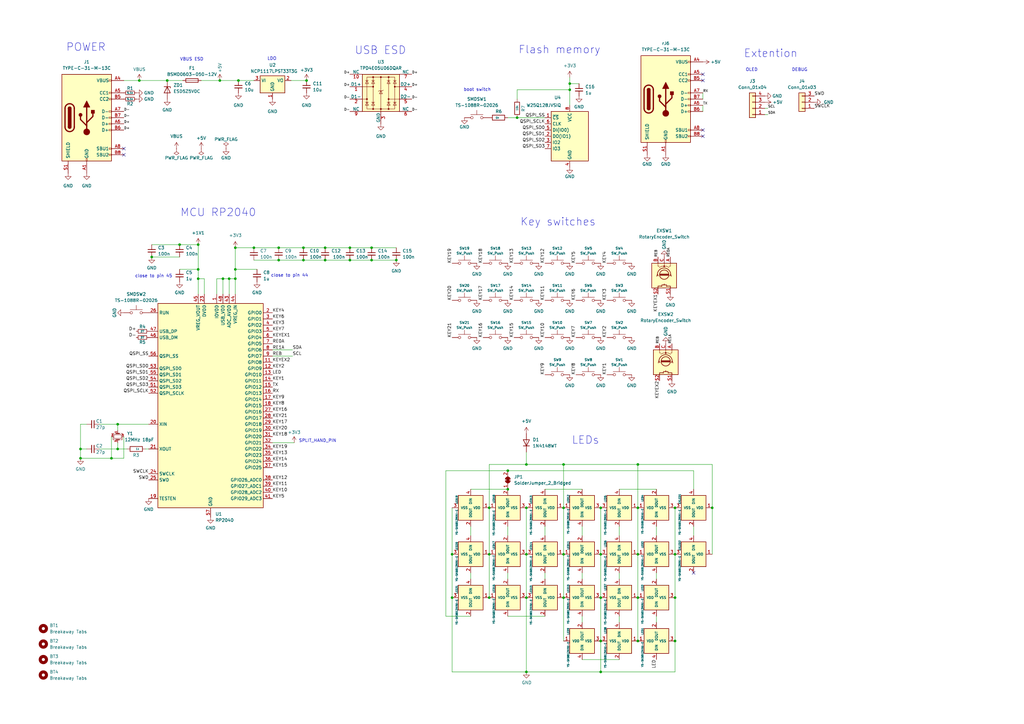
<source format=kicad_sch>
(kicad_sch (version 20230121) (generator eeschema)
  (paper "A3")
  (title_block (title "Corne Left") (date "2023-10-07") (rev "4.0.0") (company "foostan"))
  (junction (at 215.9 208.28))
  (junction (at 215.9 190.5))
  (junction (at 162.56 106.68))
  (junction (at 276.86 262.89))
  (junction (at 104.14 101.6))
  (junction (at 200.66 245.11))
  (junction (at 231.14 245.11))
  (junction (at 48.26 184.15))
  (junction (at 81.28 100.33))
  (junction (at 276.86 208.28))
  (junction (at 246.38 262.89))
  (junction (at 246.38 227.33))
  (junction (at 62.23 105.41))
  (junction (at 215.9 227.33))
  (junction (at 96.52 101.6))
  (junction (at 185.42 245.11))
  (junction (at 97.79 33.02))
  (junction (at 114.3 101.6))
  (junction (at 152.4 106.68))
  (junction (at 152.4 101.6))
  (junction (at 133.35 106.68))
  (junction (at 90.17 33.02))
  (junction (at 133.35 101.6))
  (junction (at 276.86 245.11))
  (junction (at 215.9 245.11))
  (junction (at 68.58 33.02))
  (junction (at 261.62 190.5))
  (junction (at 208.28 193.04))
  (junction (at 231.14 227.33))
  (junction (at 246.38 245.11))
  (junction (at 125.73 33.02))
  (junction (at 93.98 114.3))
  (junction (at 73.66 100.33))
  (junction (at 81.28 114.3))
  (junction (at 48.26 173.99))
  (junction (at 233.68 36.83))
  (junction (at 45.72 187.96))
  (junction (at 212.09 48.26))
  (junction (at 33.02 184.15))
  (junction (at 215.9 275.59))
  (junction (at 33.02 187.96))
  (junction (at 114.3 106.68))
  (junction (at 261.62 227.33))
  (junction (at 246.38 275.59))
  (junction (at 261.62 208.28))
  (junction (at 91.44 114.3))
  (junction (at 231.14 190.5))
  (junction (at 261.62 262.89))
  (junction (at 96.52 114.3))
  (junction (at 96.52 110.49))
  (junction (at 143.51 106.68))
  (junction (at 261.62 245.11))
  (junction (at 124.46 106.68))
  (junction (at 124.46 101.6))
  (junction (at 200.66 227.33))
  (junction (at 81.28 110.49))
  (junction (at 233.68 34.29))
  (junction (at 231.14 208.28))
  (junction (at 208.28 200.66))
  (junction (at 292.1 208.28))
  (junction (at 276.86 227.33))
  (junction (at 143.51 101.6))
  (junction (at 185.42 227.33))
  (junction (at 200.66 208.28))
  (junction (at 246.38 208.28))
  (junction (at 57.15 33.02))
  (no_connect (at 288.29 53.34))
  (no_connect (at 288.29 30.48))
  (no_connect (at 288.29 55.88))
  (no_connect (at 288.29 33.02))
  (no_connect (at 50.8 60.96))
  (no_connect (at 284.48 234.95))
  (no_connect (at 50.8 63.5))
  (wire (pts (xy 261.62 208.28) (xy 261.62 227.33)))
  (wire (pts (xy 91.44 114.3) (xy 93.98 114.3)))
  (wire (pts (xy 62.23 100.33) (xy 73.66 100.33)))
  (wire (pts (xy 96.52 110.49) (xy 105.41 110.49)))
  (wire (pts (xy 261.62 190.5) (xy 292.1 190.5)))
  (wire (pts (xy 233.68 34.29) (xy 233.68 36.83)))
  (wire (pts (xy 133.35 106.68) (xy 143.51 106.68)))
  (wire (pts (xy 185.42 227.33) (xy 185.42 245.11)))
  (wire (pts (xy 83.82 114.3) (xy 81.28 114.3)))
  (wire (pts (xy 233.68 36.83) (xy 233.68 43.18)))
  (wire (pts (xy 276.86 208.28) (xy 276.86 227.33)))
  (wire (pts (xy 81.28 110.49) (xy 81.28 114.3)))
  (wire (pts (xy 33.02 187.96) (xy 45.72 187.96)))
  (wire (pts (xy 104.14 101.6) (xy 114.3 101.6)))
  (wire (pts (xy 96.52 120.65) (xy 96.52 114.3)))
  (wire (pts (xy 185.42 275.59) (xy 215.9 275.59)))
  (wire (pts (xy 48.26 184.15) (xy 48.26 181.61)))
  (wire (pts (xy 288.29 43.18) (xy 288.29 45.72)))
  (wire (pts (xy 231.14 245.11) (xy 231.14 262.89)))
  (wire (pts (xy 246.38 245.11) (xy 246.38 262.89)))
  (wire (pts (xy 208.28 48.26) (xy 212.09 48.26)))
  (wire (pts (xy 45.72 179.07) (xy 45.72 187.96)))
  (wire (pts (xy 246.38 227.33) (xy 246.38 245.11)))
  (wire (pts (xy 212.09 36.83) (xy 212.09 40.64)))
  (wire (pts (xy 143.51 106.68) (xy 152.4 106.68)))
  (wire (pts (xy 254 270.51) (xy 238.76 270.51)))
  (wire (pts (xy 182.88 193.04) (xy 182.88 252.73)))
  (wire (pts (xy 114.3 101.6) (xy 124.46 101.6)))
  (wire (pts (xy 124.46 106.68) (xy 133.35 106.68)))
  (wire (pts (xy 182.88 193.04) (xy 208.28 193.04)))
  (wire (pts (xy 111.76 143.51) (xy 120.015 143.51)))
  (wire (pts (xy 261.62 190.5) (xy 261.62 208.28)))
  (wire (pts (xy 96.52 110.49) (xy 96.52 114.3)))
  (wire (pts (xy 68.58 33.02) (xy 74.93 33.02)))
  (wire (pts (xy 314.96 44.45) (xy 313.69 44.45)))
  (wire (pts (xy 231.14 190.5) (xy 261.62 190.5)))
  (wire (pts (xy 208.28 193.04) (xy 284.48 193.04)))
  (wire (pts (xy 91.44 114.3) (xy 91.44 120.65)))
  (wire (pts (xy 57.15 33.02) (xy 68.58 33.02)))
  (wire (pts (xy 33.02 184.15) (xy 33.02 187.96)))
  (wire (pts (xy 238.76 219.71) (xy 238.76 215.9)))
  (wire (pts (xy 59.69 184.15) (xy 60.96 184.15)))
  (wire (pts (xy 96.52 101.6) (xy 104.14 101.6)))
  (wire (pts (xy 254 215.9) (xy 254 219.71)))
  (wire (pts (xy 238.76 237.49) (xy 238.76 234.95)))
  (wire (pts (xy 215.9 208.28) (xy 215.9 227.33)))
  (wire (pts (xy 40.64 184.15) (xy 48.26 184.15)))
  (wire (pts (xy 215.9 245.11) (xy 215.9 275.59)))
  (wire (pts (xy 81.28 100.33) (xy 81.28 110.49)))
  (wire (pts (xy 73.66 110.49) (xy 81.28 110.49)))
  (wire (pts (xy 124.46 101.6) (xy 133.35 101.6)))
  (wire (pts (xy 208.28 219.71) (xy 208.28 215.9)))
  (wire (pts (xy 40.64 173.99) (xy 48.26 173.99)))
  (wire (pts (xy 276.86 275.59) (xy 246.38 275.59)))
  (wire (pts (xy 200.66 190.5) (xy 200.66 208.28)))
  (wire (pts (xy 215.9 275.59) (xy 246.38 275.59)))
  (wire (pts (xy 269.24 215.9) (xy 269.24 219.71)))
  (wire (pts (xy 81.28 120.65) (xy 81.28 114.3)))
  (wire (pts (xy 233.68 31.75) (xy 233.68 34.29)))
  (wire (pts (xy 215.9 190.5) (xy 231.14 190.5)))
  (wire (pts (xy 292.1 208.28) (xy 292.1 227.33)))
  (wire (pts (xy 238.76 252.73) (xy 238.76 255.27)))
  (wire (pts (xy 231.14 227.33) (xy 231.14 245.11)))
  (wire (pts (xy 238.76 200.66) (xy 223.52 200.66)))
  (wire (pts (xy 93.98 114.3) (xy 93.98 120.65)))
  (wire (pts (xy 223.52 234.95) (xy 223.52 237.49)))
  (wire (pts (xy 208.28 200.66) (xy 193.04 200.66)))
  (wire (pts (xy 33.02 184.15) (xy 35.56 184.15)))
  (wire (pts (xy 288.29 38.1) (xy 288.29 40.64)))
  (wire (pts (xy 90.17 33.02) (xy 97.79 33.02)))
  (wire (pts (xy 83.82 120.65) (xy 83.82 114.3)))
  (wire (pts (xy 208.28 252.73) (xy 223.52 252.73)))
  (wire (pts (xy 97.79 33.02) (xy 104.14 33.02)))
  (wire (pts (xy 88.9 114.3) (xy 91.44 114.3)))
  (wire (pts (xy 133.35 101.6) (xy 143.51 101.6)))
  (wire (pts (xy 254 234.95) (xy 254 237.49)))
  (wire (pts (xy 193.04 215.9) (xy 193.04 219.71)))
  (wire (pts (xy 314.96 46.99) (xy 313.69 46.99)))
  (wire (pts (xy 48.26 184.15) (xy 52.07 184.15)))
  (wire (pts (xy 233.68 34.29) (xy 237.49 34.29)))
  (wire (pts (xy 50.8 187.96) (xy 45.72 187.96)))
  (wire (pts (xy 284.48 215.9) (xy 284.48 219.71)))
  (wire (pts (xy 269.24 234.95) (xy 269.24 237.49)))
  (wire (pts (xy 96.52 101.6) (xy 96.52 110.49)))
  (wire (pts (xy 246.38 262.89) (xy 246.38 275.59)))
  (wire (pts (xy 215.9 190.5) (xy 200.66 190.5)))
  (wire (pts (xy 152.4 106.68) (xy 162.56 106.68)))
  (wire (pts (xy 223.52 219.71) (xy 223.52 215.9)))
  (wire (pts (xy 152.4 101.6) (xy 162.56 101.6)))
  (wire (pts (xy 88.9 114.3) (xy 88.9 120.65)))
  (wire (pts (xy 292.1 190.5) (xy 292.1 208.28)))
  (wire (pts (xy 73.66 100.33) (xy 81.28 100.33)))
  (wire (pts (xy 96.52 114.3) (xy 93.98 114.3)))
  (wire (pts (xy 233.68 36.83) (xy 212.09 36.83)))
  (wire (pts (xy 276.86 245.11) (xy 276.86 262.89)))
  (wire (pts (xy 261.62 227.33) (xy 261.62 245.11)))
  (wire (pts (xy 269.24 252.73) (xy 269.24 255.27)))
  (wire (pts (xy 231.14 208.28) (xy 231.14 227.33)))
  (wire (pts (xy 111.76 146.05) (xy 120.015 146.05)))
  (wire (pts (xy 48.26 173.99) (xy 60.96 173.99)))
  (wire (pts (xy 50.8 179.07) (xy 50.8 187.96)))
  (wire (pts (xy 212.09 48.26) (xy 223.52 48.26)))
  (wire (pts (xy 50.8 33.02) (xy 57.15 33.02)))
  (wire (pts (xy 208.28 237.49) (xy 208.28 234.95)))
  (wire (pts (xy 114.3 106.68) (xy 124.46 106.68)))
  (wire (pts (xy 276.86 227.33) (xy 276.86 245.11)))
  (wire (pts (xy 185.42 245.11) (xy 185.42 275.59)))
  (wire (pts (xy 143.51 101.6) (xy 152.4 101.6)))
  (wire (pts (xy 193.04 234.95) (xy 193.04 237.49)))
  (wire (pts (xy 284.48 193.04) (xy 284.48 200.66)))
  (wire (pts (xy 254 200.66) (xy 269.24 200.66)))
  (wire (pts (xy 246.38 208.28) (xy 246.38 227.33)))
  (wire (pts (xy 276.86 262.89) (xy 276.86 275.59)))
  (wire (pts (xy 82.55 33.02) (xy 90.17 33.02)))
  (wire (pts (xy 215.9 227.33) (xy 215.9 245.11)))
  (wire (pts (xy 193.04 252.73) (xy 182.88 252.73)))
  (wire (pts (xy 48.26 176.53) (xy 48.26 173.99)))
  (wire (pts (xy 185.42 208.28) (xy 185.42 227.33)))
  (wire (pts (xy 215.9 185.42) (xy 215.9 190.5)))
  (wire (pts (xy 62.23 105.41) (xy 73.66 105.41)))
  (wire (pts (xy 104.14 106.68) (xy 114.3 106.68)))
  (wire (pts (xy 33.02 173.99) (xy 33.02 184.15)))
  (wire (pts (xy 111.76 181.61) (xy 120.65 181.61)))
  (wire (pts (xy 200.66 208.28) (xy 200.66 227.33)))
  (wire (pts (xy 254 252.73) (xy 254 255.27)))
  (wire (pts (xy 119.38 33.02) (xy 125.73 33.02)))
  (wire (pts (xy 35.56 173.99) (xy 33.02 173.99)))
  (wire (pts (xy 200.66 227.33) (xy 200.66 245.11)))
  (wire (pts (xy 261.62 245.11) (xy 261.62 262.89)))
  (wire (pts (xy 231.14 190.5) (xy 231.14 208.28)))
  (text "MCU RP2040" (at 73.914 89.154 0) (effects (font (size 3.175 3.175)) (justify left bottom)))
  (text "Key switches" (at 213.36 92.964 0) (effects (font (size 3.175 3.175)) (justify left bottom)))
  (text "OLED" (at 305.816 29.464 0) (effects (font (size 1.27 1.27)) (justify left bottom)))
  (text "close to pin 45" (at 55.372 114.046 0) (effects (font (size 1.27 1.27)) (justify left bottom)))
  (text "DEBUG" (at 324.739 29.464 0) (effects (font (size 1.27 1.27)) (justify left bottom)))
  (text "USB ESD" (at 145.415 22.606 0) (effects (font (size 3.175 3.175)) (justify left bottom)))
  (text "LDO" (at 109.601 24.892 0) (effects (font (size 1.27 1.27)) (justify left bottom)))
  (text "Flash memory" (at 212.598 22.352 0) (effects (font (size 3.175 3.175)) (justify left bottom)))
  (text "POWER\n" (at 27.051 21.336 0) (effects (font (size 3.175 3.175)) (justify left bottom)))
  (text "LEDs" (at 234.442 182.499 0) (effects (font (size 3.175 3.175)) (justify left bottom)))
  (text "Extention" (at 305.054 23.876 0) (effects (font (size 3.175 3.175)) (justify left bottom)))
  (text "VBUS ESD" (at 73.787 25.146 0) (effects (font (size 1.27 1.27)) (justify left bottom)))
  (text "SPLIT_HAND_PIN" (at 122.555 181.61 0) (effects (font (size 1.27 1.27)) (justify left bottom)))
  (text "boot switch" (at 190.119 37.592 0) (effects (font (size 1.27 1.27)) (justify left bottom)))
  (text "close to pin 44" (at 111.125 113.792 0) (effects (font (size 1.27 1.27)) (justify left bottom)))
  (label "KEY8" (at 111.76 166.37 0))
  (label "KEY9" (at 111.76 163.83 0))
  (label "KEY8" (at 236.22 153.67 90))
  (label "RX" (at 111.76 161.29 0))
  (label "QSPI_SD2" (at 60.96 156.21 180))
  (label "SCL" (at 314.96 44.45 0) (effects (font (size 1 1))))
  (label "KEY3" (at 248.92 123.19 90))
  (label "QSPI_SCLK" (at 60.96 161.29 180))
  (label "RE1A" (at 111.76 143.51 0))
  (label "KEY2" (at 111.76 151.13 0))
  (label "D+" (at 55.88 135.89 180))
  (label "D+" (at 168.91 35.56 0) (effects (font (size 1 1))))
  (label "REB" (at 111.76 146.05 0))
  (label "D-" (at 55.88 138.43 180))
  (label "QSPI_SS" (at 223.52 48.26 180))
  (label "SDA" (at 314.96 46.99 0) (effects (font (size 1 1))))
  (label "D+" (at 143.51 30.48 180) (effects (font (size 1 1))))
  (label "REB" (at 270.51 140.97 90) (effects (font (size 1 1))))
  (label "KEY5" (at 236.22 107.95 90))
  (label "RE0A" (at 274.955 105.41 90) (effects (font (size 1 1))))
  (label "LED" (at 111.76 153.67 0))
  (label "KEY21" (at 185.42 138.43 90))
  (label "KEY17" (at 111.76 173.99 0))
  (label "KEY1" (at 111.76 156.21 0))
  (label "TX" (at 111.76 158.75 0))
  (label "KEY5" (at 111.76 204.47 0))
  (label "D+" (at 50.8 50.8 0) (effects (font (size 1 1))))
  (label "KEY16" (at 111.76 168.91 0))
  (label "KEY3" (at 111.76 133.35 0))
  (label "KEYEX2" (at 111.76 148.59 0))
  (label "D+" (at 143.51 35.56 180) (effects (font (size 1 1))))
  (label "KEY17" (at 198.12 123.19 90))
  (label "KEY10" (at 111.76 201.93 0))
  (label "D-" (at 50.8 48.26 0) (effects (font (size 1 1))))
  (label "QSPI_SD1" (at 60.96 153.67 180))
  (label "TX" (at 288.29 43.18 0) (effects (font (size 1 1))))
  (label "KEY4" (at 111.76 128.27 0))
  (label "QSPI_SD0" (at 223.52 53.34 180))
  (label "KEY20" (at 111.76 176.53 0))
  (label "QSPI_SD1" (at 223.52 55.88 180))
  (label "SWCLK" (at 334.01 44.45 0))
  (label "D+" (at 168.91 30.48 0) (effects (font (size 1 1))))
  (label "SCL" (at 120.015 146.05 0))
  (label "QSPI_SCLK" (at 223.52 50.8 180))
  (label "D-" (at 168.91 45.72 0) (effects (font (size 1 1))))
  (label "KEY20" (at 185.42 123.19 90))
  (label "KEY4" (at 248.92 107.95 90))
  (label "KEY11" (at 111.76 199.39 0))
  (label "KEY14" (at 111.76 189.23 0))
  (label "RE0A" (at 111.76 140.97 0))
  (label "RX" (at 288.29 38.1 0) (effects (font (size 1 1))))
  (label "D+" (at 50.8 53.34 0) (effects (font (size 1 1))))
  (label "KEY18" (at 198.12 107.95 90))
  (label "QSPI_SS" (at 60.96 146.05 180))
  (label "KEYEX1" (at 269.875 120.65 270))
  (label "KEY7" (at 236.22 138.43 90))
  (label "KEY14" (at 210.82 123.19 90))
  (label "RE1A" (at 275.59 140.97 90) (effects (font (size 1 1))))
  (label "SWCLK" (at 60.96 194.31 180))
  (label "KEY1" (at 248.92 153.67 90))
  (label "KEY2" (at 248.92 138.43 90))
  (label "QSPI_SD2" (at 223.52 58.42 180))
  (label "QSPI_SD3" (at 223.52 60.96 180))
  (label "SWD" (at 334.01 39.37 0))
  (label "KEY13" (at 111.76 186.69 0))
  (label "KEY18" (at 111.76 179.07 0))
  (label "KEY7" (at 111.76 135.89 0))
  (label "KEY6" (at 236.22 123.19 90))
  (label "D-" (at 168.91 40.64 0) (effects (font (size 1 1))))
  (label "KEY9" (at 223.52 153.67 90))
  (label "KEY15" (at 111.76 191.77 0))
  (label "KEY13" (at 210.82 107.95 90))
  (label "KEYEX2" (at 270.51 156.21 270))
  (label "KEY15" (at 210.82 138.43 90))
  (label "KEY10" (at 223.52 138.43 90))
  (label "SDA" (at 120.015 143.51 0))
  (label "D-" (at 143.51 40.64 180) (effects (font (size 1 1))))
  (label "LED" (at 269.24 270.51 270))
  (label "KEYEX1" (at 111.76 138.43 0))
  (label "KEY12" (at 223.52 107.95 90))
  (label "D-" (at 143.51 45.72 180) (effects (font (size 1 1))))
  (label "SWD" (at 60.96 196.85 180))
  (label "D-" (at 50.8 45.72 0) (effects (font (size 1 1))))
  (label "KEY6" (at 111.76 130.81 0))
  (label "REB" (at 269.875 105.41 90) (effects (font (size 1 1))))
  (label "KEY19" (at 111.76 184.15 0))
  (label "KEY16" (at 198.12 138.43 90))
  (label "QSPI_SD3" (at 60.96 158.75 180))
  (label "KEY19" (at 185.42 107.95 90))
  (label "QSPI_SD0" (at 60.96 151.13 180))
  (label "KEY11" (at 223.52 123.19 90))
  (label "KEY12" (at 111.76 196.85 0))
  (label "KEY21" (at 111.76 171.45 0))
  (symbol (lib_id "power:GND") (at 55.88 38.1 90) (unit 1)
    (property "Reference" "#PWR05" (effects hide))
    (property "Value" "GND" (at 59.055 38.1 90) (effects (justify right)))
  )
  (symbol (lib_id "power:GND") (at 233.68 153.67 0) (unit 1)
    (property "Reference" "#PWR044" (effects hide))
    (property "Value" "GND" (at 233.68 158.115 0))
  )
  (symbol (lib_id "power:GND") (at 195.58 138.43 0) (unit 1)
    (property "Reference" "#PWR030" (effects hide))
    (property "Value" "GND" (at 195.58 142.875 0))
  )
  (symbol (lib_id "power:GND") (at 273.05 140.97 180) (unit 1)
    (property "Reference" "#PWR055" (effects hide))
    (property "Value" "GND" (at 273.05 135.89 90))
  )
  (symbol (lib_id "power:GND") (at 55.88 40.64 90) (unit 1)
    (property "Reference" "#PWR06" (effects hide))
    (property "Value" "GND" (at 59.055 40.64 90) (effects (justify right)))
  )
  (symbol (lib_id "kbd_local:YS-SK6812MINI-E") (at 208.28 227.33 90) (unit 1)
    (property "Reference" "LED17" (at 202.565 225.425 0) (effects (font (size 0.7366 0.7366)) (justify left)))
    (property "Value" "YS-SK6812MINI-E" (at 202.565 238.125 0) (effects (font (size 0.7366 0.7366)) (justify left)))
    (property "Footprint" "kbd_local:YS-SK6812MINI-E" (effects hide))
  )
  (symbol (lib_id "Device:R_Small") (at 58.42 135.89 90) (unit 1)
    (property "Reference" "R4" (at 58.42 133.985 90))
    (property "Value" "27" (at 58.42 135.89 90) (effects (font (size 0.762 0.762))))
    (property "Footprint" "Resistor_SMD:R_0402_1005Metric" (effects hide))
  )
  (symbol (lib_id "Switch:SW_Push") (at 241.3 107.95 0) (unit 1)
    (property "Reference" "SW5" (at 241.3 101.854 0) (effects (font (size 1 1))))
    (property "Value" "SW_Push" (at 241.3 103.886 0) (effects (font (size 1 1))))
    (property "Footprint" "kbd:keyswitch_cherrymx_hotswap_1u" (effects hide))
  )
  (symbol (lib_id "power:+3V3") (at 233.68 31.75 0) (unit 1)
    (property "Reference" "#PWR039" (effects hide))
    (property "Value" "+3V3" (at 233.68 26.924 0))
  )
  (symbol (lib_id "kbd_local:YS-SK6812MINI-E") (at 254 227.33 270) (unit 1)
    (property "Reference" "LED6" (at 248.285 221.615 0) (effects (font (size 0.7366 0.7366)) (justify left)))
    (property "Value" "YS-SK6812MINI-E" (at 248.285 227.965 0) (effects (font (size 0.7366 0.7366)) (justify left)))
    (property "Footprint" "kbd_local:YS-SK6812MINI-E" (effects hide))
  )
  (symbol (lib_id "power:GND") (at 208.28 123.19 0) (unit 1)
    (property "Reference" "#PWR032" (effects hide))
    (property "Value" "GND" (at 208.28 127.635 0))
  )
  (symbol (lib_id "kbd_local:YS-SK6812MINI-E") (at 269.24 208.28 90) (unit 1)
    (property "Reference" "LED4" (at 263.525 205.74 0) (effects (font (size 0.7366 0.7366)) (justify left)))
    (property "Value" "YS-SK6812MINI-E" (at 263.525 219.075 0) (effects (font (size 0.7366 0.7366)) (justify left)))
    (property "Footprint" "kbd_local:YS-SK6812MINI-E" (effects hide))
  )
  (symbol (lib_id "power:GND") (at 220.98 138.43 0) (unit 1)
    (property "Reference" "#PWR038" (effects hide))
    (property "Value" "GND" (at 220.98 142.875 0))
  )
  (symbol (lib_name "SW_Push_1") (lib_id "Switch:SW_Push") (at 254 107.95 0) (unit 1)
    (property "Reference" "SW4" (at 254 101.854 0) (effects (font (size 1 1))))
    (property "Value" "SW_Push" (at 254 103.886 0) (effects (font (size 1 1))))
    (property "Footprint" "kbd:keyswitch_cherrymx_hotswap_1u" (effects hide))
  )
  (symbol (lib_id "power:+3V3") (at 125.73 33.02 0) (unit 1)
    (property "Reference" "#PWR023" (effects hide))
    (property "Value" "+3V3" (at 125.73 28.702 0))
  )
  (symbol (lib_id "power:+5V") (at 288.29 25.4 270) (unit 1)
    (property "Reference" "#PWR074" (effects hide))
    (property "Value" "+5V" (at 291.465 25.4 90) (effects (justify left)))
  )
  (symbol (lib_id "power:GND") (at 233.68 123.19 0) (unit 1)
    (property "Reference" "#PWR042" (effects hide))
    (property "Value" "GND" (at 233.68 127.635 0))
  )
  (symbol (lib_id "Switch:SW_Push") (at 228.6 107.95 0) (unit 1)
    (property "Reference" "SW12" (at 228.6 101.854 0) (effects (font (size 1 1))))
    (property "Value" "SW_Push" (at 228.6 103.886 0) (effects (font (size 1 1))))
    (property "Footprint" "kbd:keyswitch_cherrymx_hotswap_1u" (effects hide))
  )
  (symbol (lib_id "Switch:SW_Push") (at 241.3 138.43 0) (unit 1)
    (property "Reference" "SW7" (at 241.3 132.334 0) (effects (font (size 1 1))))
    (property "Value" "SW_Push" (at 241.3 134.366 0) (effects (font (size 1 1))))
    (property "Footprint" "kbd:keyswitch_cherrymx_hotswap_1u" (effects hide))
  )
  (symbol (lib_id "power:VBUS") (at 72.39 60.96 0) (unit 1)
    (property "Reference" "#PWR011" (effects hide))
    (property "Value" "VBUS" (at 72.39 55.88 0))
  )
  (symbol (lib_id "MCU_RaspberryPi:RP2040") (at 86.36 166.37 0) (unit 1)
    (property "Reference" "U1" (at 88.3159 210.82 0) (effects (justify left)))
    (property "Value" "RP2040" (at 88.3159 213.36 0) (effects (justify left)))
    (property "Footprint" "Package_DFN_QFN:QFN-56-1EP_7x7mm_P0.4mm_EP3.2x3.2mm" (effects hide))
    (property "Datasheet" "https://datasheets.raspberrypi.com/rp2040/rp2040-datasheet.pdf" (effects hide))
    (property "JLCPCB Part #" "C2040" (effects hide))
  )
  (symbol (lib_id "power:GND") (at 35.56 71.12 0) (unit 1)
    (property "Reference" "#PWR03" (effects hide))
    (property "Value" "GND" (at 35.56 76.2 0))
  )
  (symbol (lib_id "Switch:SW_Push") (at 190.5 138.43 0) (unit 1)
    (property "Reference" "SW21" (at 190.5 132.334 0) (effects (font (size 1 1))))
    (property "Value" "SW_Push" (at 190.5 134.366 0) (effects (font (size 1 1))))
    (property "Footprint" "kbd:keyswitch_cherrymx_hotswap_1u" (effects hide))
  )
  (symbol (lib_id "power:GND") (at 259.08 138.43 0) (unit 1)
    (property "Reference" "#PWR052" (effects hide))
    (property "Value" "GND" (at 259.08 142.875 0))
  )
  (symbol (lib_id "kbd_local:YS-SK6812MINI-E") (at 208.28 208.28 90) (unit 1)
    (property "Reference" "LED18" (at 202.565 206.375 0) (effects (font (size 0.7366 0.7366)) (justify left)))
    (property "Value" "YS-SK6812MINI-E" (at 202.565 219.71 0) (effects (font (size 0.7366 0.7366)) (justify left)))
    (property "Footprint" "kbd_local:YS-SK6812MINI-E" (effects hide))
  )
  (symbol (lib_id "power:GND") (at 215.9 275.59 0) (unit 1)
    (property "Reference" "#PWR035" (effects hide))
    (property "Value" "GND" (at 216.027 279.9842 0))
  )
  (symbol (lib_id "Switch:SW_Push") (at 190.5 107.95 0) (unit 1)
    (property "Reference" "SW19" (at 190.5 101.854 0) (effects (font (size 1 1))))
    (property "Value" "SW_Push" (at 190.5 103.886 0) (effects (font (size 1 1))))
    (property "Footprint" "kbd:keyswitch_cherrymx_hotswap_1u" (effects hide))
  )
  (symbol (lib_id "Device:Fuse") (at 78.74 33.02 90) (unit 1)
    (property "Reference" "F1" (at 78.74 27.94 90))
    (property "Value" "BSMD0603-050-12V" (at 78.74 30.48 90))
    (property "Footprint" "Fuse:Fuse_0603_1608Metric" (effects hide))
    (property "Description" "12V 500mA 40A 1A 0603 Resettable Fuses ROHS" (effects hide))
    (property "JLCPCB Part #" "C2844464" (effects hide))
  )
  (symbol (lib_id "power:GND") (at 105.41 115.57 0) (unit 1)
    (property "Reference" "#PWR020" (effects hide))
    (property "Value" "GND" (at 105.41 120.015 0))
  )
  (symbol (lib_id "power:GND") (at 273.05 63.5 0) (unit 1)
    (property "Reference" "#PWR057" (effects hide))
    (property "Value" "GND" (at 273.05 67.31 0))
  )
  (symbol (lib_id "kbd_local:YS-SK6812MINI-E") (at 238.76 227.33 90) (unit 1)
    (property "Reference" "LED11" (at 233.045 225.425 0) (effects (font (size 0.7366 0.7366)) (justify left)))
    (property "Value" "YS-SK6812MINI-E" (at 233.045 238.125 0) (effects (font (size 0.7366 0.7366)) (justify left)))
    (property "Footprint" "kbd_local:YS-SK6812MINI-E" (effects hide))
  )
  (symbol (lib_id "Connector:USB_C_Receptacle_USB2.0") (at 273.05 40.64 0) (unit 1)
    (property "Reference" "rJ6" (at 273.05 17.78 0))
    (property "Value" "TYPE-C-31-M-13C" (at 273.05 20.32 0))
    (property "Footprint" "kbd_local:TYPE-C-31-M-13C" (effects hide))
    (property "Datasheet" "https://www.usb.org/sites/default/files/documents/usb_type-c.zip" (effects hide))
    (property "JLCPCB Part #" "C2848620" (effects hide))
  )
  (symbol (lib_id "kbd_local:YS-SK6812MINI-E") (at 269.24 245.11 90) (unit 1)
    (property "Reference" "LED2" (at 263.525 242.57 0) (effects (font (size 0.7366 0.7366)) (justify left)))
    (property "Value" "YS-SK6812MINI-E" (at 263.525 255.905 0) (effects (font (size 0.7366 0.7366)) (justify left)))
    (property "Footprint" "kbd_local:YS-SK6812MINI-E" (effects hide))
  )
  (symbol (lib_id "Diode:1N4148WT") (at 215.9 181.61 90) (unit 1)
    (property "Reference" "D1" (at 218.44 180.34 90) (effects (justify right)))
    (property "Value" "1N4148WT" (at 218.44 182.88 90) (effects (justify right)))
    (property "Footprint" "Diode_SMD:D_SOD-523" (effects hide))
    (property "Datasheet" "https://www.diodes.com/assets/Datasheets/ds30396.pdf" (effects hide))
    (property "JLCPCB Part #" "C232841" (effects hide))
  )
  (symbol (lib_id "power:GND") (at 195.58 107.95 0) (unit 1)
    (property "Reference" "#PWR028" (effects hide))
    (property "Value" "GND" (at 195.58 112.395 0))
  )
  (symbol (lib_id "kbd_local:YS-SK6812MINI-E") (at 284.48 227.33 270) (unit 1)
    (property "Reference" "EXLED2" (at 278.765 221.615 0) (effects (font (size 0.7366 0.7366)) (justify left)))
    (property "Value" "YS-SK6812MINI-E" (at 278.765 227.965 0) (effects (font (size 0.7366 0.7366)) (justify left)))
    (property "Footprint" "kbd_local:YS-SK6812MINI-E" (effects hide))
  )
  (symbol (lib_id "Switch:SW_Push") (at 241.3 123.19 0) (unit 1)
    (property "Reference" "SW6" (at 241.3 117.094 0) (effects (font (size 1 1))))
    (property "Value" "SW_Push" (at 241.3 119.126 0) (effects (font (size 1 1))))
    (property "Footprint" "kbd:keyswitch_cherrymx_hotswap_1u" (effects hide))
  )
  (symbol (lib_id "power:+5V") (at 313.69 41.91 270) (unit 1)
    (property "Reference" "#PWR061" (effects hide))
    (property "Value" "+5V" (at 316.865 41.91 90) (effects (justify left)))
  )
  (symbol (lib_id "Device:C_Small") (at 38.1 184.15 270) (unit 1)
    (property "Reference" "C2" (at 39.37 182.88 90) (effects (justify left)))
    (property "Value" "27p" (at 39.37 185.42 90) (effects (justify left)))
    (property "Footprint" "Capacitor_SMD:C_0402_1005Metric" (effects hide))
  )
  (symbol (lib_id "power:GND") (at 220.98 123.19 0) (unit 1)
    (property "Reference" "#PWR037" (effects hide))
    (property "Value" "GND" (at 220.98 127.635 0))
  )
  (symbol (lib_id "kbd_local:YS-SK6812MINI-E") (at 254 208.28 270) (unit 1)
    (property "Reference" "LED5" (at 248.285 203.2 0) (effects (font (size 0.7366 0.7366)) (justify left)))
    (property "Value" "YS-SK6812MINI-E" (at 248.285 208.915 0) (effects (font (size 0.7366 0.7366)) (justify left)))
    (property "Footprint" "kbd_local:YS-SK6812MINI-E" (effects hide))
  )
  (symbol (lib_id "Switch:SW_Push") (at 254 153.67 0) (unit 1)
    (property "Reference" "SW1" (at 254 147.574 0) (effects (font (size 1 1))))
    (property "Value" "SW_Push" (at 254 149.606 0) (effects (font (size 1 1))))
    (property "Footprint" "kbd:keyswitch_cherrymx_hotswap_1.5u" (effects hide))
  )
  (symbol (lib_id "Switch:SW_Push") (at 215.9 123.19 0) (unit 1)
    (property "Reference" "SW14" (at 215.9 117.094 0) (effects (font (size 1 1))))
    (property "Value" "SW_Push" (at 215.9 119.126 0) (effects (font (size 1 1))))
    (property "Footprint" "kbd:keyswitch_cherrymx_hotswap_1u" (effects hide))
  )
  (symbol (lib_id "Mechanical:MountingHole") (at 17.78 264.16 0) (unit 1)
    (property "Reference" "BT2" (at 20.32 262.89 0) (effects (justify left)))
    (property "Value" "Breakaway Tabs" (at 20.32 265.43 0) (effects (justify left)))
    (property "Footprint" "kbd_local:Breakaway_Tabs" (effects hide))
  )
  (symbol (lib_id "Switch:SW_Push") (at 203.2 123.19 0) (unit 1)
    (property "Reference" "SW17" (at 203.2 117.094 0) (effects (font (size 1 1))))
    (property "Value" "SW_Push" (at 203.2 119.126 0) (effects (font (size 1 1))))
    (property "Footprint" "kbd:keyswitch_cherrymx_hotswap_1u" (effects hide))
  )
  (symbol (lib_id "kbd_local:YS-SK6812MINI-E") (at 223.52 208.28 270) (unit 1)
    (property "Reference" "LED13" (at 217.805 203.2 0) (effects (font (size 0.7366 0.7366)) (justify left)))
    (property "Value" "YS-SK6812MINI-E" (at 217.805 208.915 0) (effects (font (size 0.7366 0.7366)) (justify left)))
    (property "Footprint" "kbd_local:YS-SK6812MINI-E" (effects hide))
  )
  (symbol (lib_id "kbd_local:YS-SK6812MINI-E") (at 193.04 245.11 270) (unit 1)
    (property "Reference" "LED21" (at 187.325 240.03 0) (effects (font (size 0.7366 0.7366)) (justify left)))
    (property "Value" "YS-SK6812MINI-E" (at 187.325 245.745 0) (effects (font (size 0.7366 0.7366)) (justify left)))
    (property "Footprint" "kbd_local:YS-SK6812MINI-E" (effects hide))
  )
  (symbol (lib_id "power:GND") (at 220.98 107.95 0) (unit 1)
    (property "Reference" "#PWR036" (effects hide))
    (property "Value" "GND" (at 220.98 112.395 0))
  )
  (symbol (lib_id "power:GND") (at 233.68 68.58 0) (unit 1)
    (property "Reference" "#PWR040" (effects hide))
    (property "Value" "GND" (at 233.68 72.39 0))
  )
  (symbol (lib_id "power:GND") (at 334.01 41.91 90) (unit 1)
    (property "Reference" "#PWR062" (effects hide))
    (property "Value" "GND" (at 337.82 41.91 90) (effects (justify right)))
  )
  (symbol (lib_id "power:GND") (at 33.02 187.96 0) (unit 1)
    (property "Reference" "#PWR02" (effects hide))
    (property "Value" "GND" (at 33.02 192.405 0))
  )
  (symbol (lib_id "power:GND") (at 50.8 128.27 270) (unit 1)
    (property "Reference" "#PWR04" (effects hide))
    (property "Value" "GND" (at 46.99 128.27 0))
  )
  (symbol (lib_id "kbd_local:YS-SK6812MINI-E") (at 223.52 227.33 270) (unit 1)
    (property "Reference" "LED14" (at 217.805 222.25 0) (effects (font (size 0.7366 0.7366)) (justify left)))
    (property "Value" "YS-SK6812MINI-E" (at 217.805 227.965 0) (effects (font (size 0.7366 0.7366)) (justify left)))
    (property "Footprint" "kbd_local:YS-SK6812MINI-E" (effects hide))
  )
  (symbol (lib_id "power:+3V3") (at 96.52 101.6 0) (unit 1)
    (property "Reference" "#PWR018" (effects hide))
    (property "Value" "+3V3" (at 96.52 96.52 0))
  )
  (symbol (lib_id "Power_Protection:TPD4EUSB30") (at 156.21 38.1 0) (unit 1)
    (property "Reference" "U3" (at 156.21 25.4 0))
    (property "Value" "TPD4E05U06DQAR" (at 156.21 27.94 0))
    (property "Footprint" "Package_SON:USON-10_2.5x1.0mm_P0.5mm" (effects hide))
    (property "Datasheet" "http://www.ti.com/lit/ds/symlink/tpd2eusb30a.pdf" (effects hide))
    (property "JLCPCB Part #" "C138714" (effects hide))
  )
  (symbol (lib_id "power:PWR_FLAG") (at 92.71 60.96 0) (unit 1)
    (property "Reference" "#FLG03" (effects hide))
    (property "Value" "PWR_FLAG" (at 92.71 57.15 0))
  )
  (symbol (lib_id "kbd_local:YS-SK6812MINI-E") (at 193.04 208.28 270) (unit 1)
    (property "Reference" "LED19" (at 187.325 203.2 0) (effects (font (size 0.7366 0.7366)) (justify left)))
    (property "Value" "YS-SK6812MINI-E" (at 187.325 208.915 0) (effects (font (size 0.7366 0.7366)) (justify left)))
    (property "Footprint" "kbd_local:YS-SK6812MINI-E" (effects hide))
  )
  (symbol (lib_id "Switch:SW_Push") (at 203.2 138.43 0) (unit 1)
    (property "Reference" "SW16" (at 203.2 132.334 0) (effects (font (size 1 1))))
    (property "Value" "SW_Push" (at 203.2 134.366 0) (effects (font (size 1 1))))
    (property "Footprint" "kbd:keyswitch_cherrymx_hotswap_1u" (effects hide))
  )
  (symbol (lib_id "power:GND") (at 68.58 40.64 0) (unit 1)
    (property "Reference" "#PWR010" (effects hide))
    (property "Value" "GND" (at 68.58 45.085 0))
  )
  (symbol (lib_id "Switch:SW_Push") (at 215.9 138.43 0) (unit 1)
    (property "Reference" "SW15" (at 215.9 132.334 0) (effects (font (size 1 1))))
    (property "Value" "SW_Push" (at 215.9 134.366 0) (effects (font (size 1 1))))
    (property "Footprint" "kbd:keyswitch_cherrymx_hotswap_1u" (effects hide))
  )
  (symbol (lib_id "Device:RotaryEncoder_Switch") (at 273.05 148.59 270) (unit 1)
    (property "Reference" "EXSW2" (at 273.05 128.905 90))
    (property "Value" "RotaryEncoder_Switch" (at 273.05 131.445 90))
    (property "Footprint" "kbd_local:keyswitch_cherrymx_hotswap_1u_rotary_encoder_ec12" (effects hide))
  )
  (symbol (lib_id "Switch:SW_Push") (at 203.2 107.95 0) (unit 1)
    (property "Reference" "SW18" (at 203.2 101.854 0) (effects (font (size 1 1))))
    (property "Value" "SW_Push" (at 203.2 103.886 0) (effects (font (size 1 1))))
    (property "Footprint" "kbd:keyswitch_cherrymx_hotswap_1u" (effects hide))
  )
  (symbol (lib_id "power:GND") (at 233.68 107.95 0) (unit 1)
    (property "Reference" "#PWR041" (effects hide))
    (property "Value" "GND" (at 233.68 112.395 0))
  )
  (symbol (lib_id "power:GND") (at 259.08 153.67 0) (unit 1)
    (property "Reference" "#PWR053" (effects hide))
    (property "Value" "GND" (at 259.08 158.115 0))
  )
  (symbol (lib_id "power:GND") (at 265.43 63.5 0) (unit 1)
    (property "Reference" "#PWR058" (effects hide))
    (property "Value" "GND" (at 265.43 67.31 0))
  )
  (symbol (lib_id "Jumper:SolderJumper_2_Bridged") (at 208.28 196.85 90) (unit 1)
    (property "Reference" "JP1" (at 210.82 195.58 90) (effects (justify right)))
    (property "Value" "SolderJumper_2_Bridged" (at 210.82 198.12 90) (effects (justify right)))
    (property "Footprint" "Jumper:SolderJumper-2_P1.3mm_Open_RoundedPad1.0x1.5mm" (effects hide))
  )
  (symbol (lib_id "Device:C_Small") (at 124.46 104.14 0) (unit 1)
    (property "Reference" "C10" (at 127 102.87 0) (effects (justify left)))
    (property "Value" "100n" (at 127 105.41 0) (effects (justify left)))
    (property "Footprint" "Capacitor_SMD:C_0402_1005Metric" (effects hide))
  )
  (symbol (lib_id "power:+3V3") (at 120.65 181.61 0) (unit 1)
    (property "Reference" "#PWR022" (effects hide))
    (property "Value" "+3V3" (at 120.65 177.292 0))
  )
  (symbol (lib_id "power:GND") (at 73.66 115.57 0) (unit 1)
    (property "Reference" "#PWR012" (effects hide))
    (property "Value" "GND" (at 73.66 120.015 0))
  )
  (symbol (lib_id "kbd_local:YS-SK6812MINI-E") (at 254 262.89 270) (unit 1)
    (property "Reference" "LED8" (at 248.285 257.175 0) (effects (font (size 0.7366 0.7366)) (justify left)))
    (property "Value" "YS-SK6812MINI-E" (at 248.285 263.525 0) (effects (font (size 0.7366 0.7366)) (justify left)))
    (property "Footprint" "kbd_local:YS-SK6812MINI-E" (effects hide))
  )
  (symbol (lib_id "power:GND") (at 313.69 39.37 90) (unit 1)
    (property "Reference" "#PWR060" (effects hide))
    (property "Value" "GND" (at 318.77 39.37 90))
  )
  (symbol (lib_id "Device:C_Small") (at 62.23 102.87 0) (unit 1)
    (property "Reference" "C3" (at 64.77 101.6 0) (effects (justify left)))
    (property "Value" "100n" (at 64.77 104.14 0) (effects (justify left)))
    (property "Footprint" "Capacitor_SMD:C_0402_1005Metric" (effects hide))
  )
  (symbol (lib_id "power:GND") (at 86.36 212.09 0) (unit 1)
    (property "Reference" "#PWR015" (effects hide))
    (property "Value" "GND" (at 86.36 216.535 0))
  )
  (symbol (lib_id "power:GND") (at 246.38 153.67 0) (unit 1)
    (property "Reference" "#PWR049" (effects hide))
    (property "Value" "GND" (at 246.38 158.115 0))
  )
  (symbol (lib_id "kbd_local:YS-SK6812MINI-E") (at 238.76 208.28 90) (unit 1)
    (property "Reference" "LED12" (at 233.045 206.375 0) (effects (font (size 0.7366 0.7366)) (justify left)))
    (property "Value" "YS-SK6812MINI-E" (at 233.045 219.075 0) (effects (font (size 0.7366 0.7366)) (justify left)))
    (property "Footprint" "kbd_local:YS-SK6812MINI-E" (effects hide))
  )
  (symbol (lib_id "Device:C_Small") (at 73.66 102.87 0) (unit 1)
    (property "Reference" "C4" (at 76.2 101.6 0) (effects (justify left)))
    (property "Value" "100n" (at 76.2 104.14 0) (effects (justify left)))
    (property "Footprint" "Capacitor_SMD:C_0402_1005Metric" (effects hide))
  )
  (symbol (lib_id "Diode:ESD5Zxx") (at 68.58 36.83 270) (unit 1)
    (property "Reference" "ZD1" (at 71.12 34.925 90) (effects (justify left)))
    (property "Value" "ESD5Z5V0C" (at 71.12 37.465 90) (effects (justify left)))
    (property "Footprint" "Diode_SMD:D_SOD-523" (effects hide))
    (property "Datasheet" "https://www.onsemi.com/pdf/datasheet/esd5z2.5t1-d.pdf" (effects hide))
    (property "JLCPCB Part #" "C2901325" (effects hide))
  )
  (symbol (lib_id "Device:C_Small") (at 73.66 113.03 0) (unit 1)
    (property "Reference" "C5" (at 76.2 111.76 0) (effects (justify left)))
    (property "Value" "1u" (at 76.2 114.3 0) (effects (justify left)))
    (property "Footprint" "Capacitor_SMD:C_0402_1005Metric" (effects hide))
  )
  (symbol (lib_id "power:GND") (at 60.96 204.47 0) (unit 1)
    (property "Reference" "#PWR08" (effects hide))
    (property "Value" "GND" (at 60.96 208.915 0))
  )
  (symbol (lib_id "Device:C_Small") (at 114.3 104.14 0) (unit 1)
    (property "Reference" "C9" (at 116.84 102.87 0) (effects (justify left)))
    (property "Value" "100n" (at 116.84 105.41 0) (effects (justify left)))
    (property "Footprint" "Capacitor_SMD:C_0402_1005Metric" (effects hide))
  )
  (symbol (lib_id "Device:Crystal_GND24_Small") (at 48.26 179.07 270) (unit 1)
    (property "Reference" "Y1" (at 53.34 177.8 90))
    (property "Value" "12MHz 18pF" (at 57.15 180.34 90))
    (property "Footprint" "Crystal:Crystal_SMD_3225-4Pin_3.2x2.5mm" (effects hide))
    (property "Description" "12MHz 18pF ±20ppm SMD3225-4P Crystals ROHS" (effects hide))
    (property "MFR.Part #" "Q22FA23V0041800" (effects hide))
    (property "JLCPCB Part #" "C91749" (effects hide))
  )
  (symbol (lib_id "kbd_local:YS-SK6812MINI-E") (at 238.76 262.89 90) (unit 1)
    (property "Reference" "LED9" (at 233.045 260.35 0) (effects (font (size 0.7366 0.7366)) (justify left)))
    (property "Value" "YS-SK6812MINI-E" (at 233.045 273.685 0) (effects (font (size 0.7366 0.7366)) (justify left)))
    (property "Footprint" "kbd_local:YS-SK6812MINI-E" (effects hide))
  )
  (symbol (lib_id "Memory_Flash:W25Q128JVS") (at 233.68 55.88 0) (unit 1)
    (property "Reference" "U4" (at 227.33 40.005 0) (effects (justify left)))
    (property "Value" "W25Q128JVSIQ" (at 215.9 43.18 0) (effects (justify left)))
    (property "Footprint" "Package_SO:SOIC-8_5.23x5.23mm_P1.27mm" (effects hide))
    (property "Datasheet" "http://www.winbond.com/resource-files/w25q128jv_dtr%20revc%2003272018%20plus.pdf" (effects hide))
    (property "JLCPCB Part #" "C113767" (effects hide))
  )
  (symbol (lib_id "power:GND") (at 208.28 138.43 0) (unit 1)
    (property "Reference" "#PWR033" (effects hide))
    (property "Value" "GND" (at 208.28 142.875 0))
  )
  (symbol (lib_id "Device:C_Small") (at 133.35 104.14 0) (unit 1)
    (property "Reference" "C12" (at 135.89 102.87 0) (effects (justify left)))
    (property "Value" "100n" (at 136.525 105.41 0) (effects (justify left)))
    (property "Footprint" "Capacitor_SMD:C_0402_1005Metric" (effects hide))
  )
  (symbol (lib_id "Device:C_Small") (at 125.73 35.56 0) (unit 1)
    (property "Reference" "C11" (at 128.27 34.29 0) (effects (justify left)))
    (property "Value" "10u" (at 128.27 36.83 0) (effects (justify left)))
    (property "Footprint" "Capacitor_SMD:C_0402_1005Metric" (effects hide))
  )
  (symbol (lib_id "power:GND") (at 237.49 39.37 0) (unit 1)
    (property "Reference" "#PWR045" (effects hide))
    (property "Value" "GND" (at 237.49 43.815 0))
  )
  (symbol (lib_id "power:+5V") (at 90.17 33.02 0) (unit 1)
    (property "Reference" "#PWR016" (effects hide))
    (property "Value" "+5V" (at 90.17 29.845 90) (effects (justify left)))
  )
  (symbol (lib_id "power:GND") (at 156.21 50.8 0) (unit 1)
    (property "Reference" "#PWR025" (effects hide))
    (property "Value" "GND" (at 156.21 55.88 0))
  )
  (symbol (lib_id "Switch:SW_Push") (at 254 138.43 0) (unit 1)
    (property "Reference" "SW2" (at 254 132.334 0) (effects (font (size 1 1))))
    (property "Value" "SW_Push" (at 254 134.366 0) (effects (font (size 1 1))))
    (property "Footprint" "kbd:keyswitch_cherrymx_hotswap_1u" (effects hide))
  )
  (symbol (lib_id "Mechanical:MountingHole") (at 17.78 270.51 0) (unit 1)
    (property "Reference" "BT3" (at 20.32 269.24 0) (effects (justify left)))
    (property "Value" "Breakaway Tabs" (at 20.32 271.78 0) (effects (justify left)))
    (property "Footprint" "kbd_local:Breakaway_Tabs" (effects hide))
  )
  (symbol (lib_id "Device:C_Small") (at 143.51 104.14 0) (unit 1)
    (property "Reference" "C13" (at 146.05 102.87 0) (effects (justify left)))
    (property "Value" "100n" (at 146.05 105.41 0) (effects (justify left)))
    (property "Footprint" "Capacitor_SMD:C_0402_1005Metric" (effects hide))
  )
  (symbol (lib_id "power:+1V1") (at 81.28 100.33 0) (unit 1)
    (property "Reference" "#PWR013" (effects hide))
    (property "Value" "+1V1" (at 81.28 95.504 0))
  )
  (symbol (lib_id "Connector_Generic:Conn_01x04") (at 308.61 44.45 180) (unit 1)
    (property "Reference" "J3" (at 308.61 33.274 0))
    (property "Value" "Conn_01x04" (at 308.61 35.814 0))
    (property "Footprint" "kbd_local:OLED" (effects hide))
  )
  (symbol (lib_id "Device:C_Small") (at 104.14 104.14 0) (unit 1)
    (property "Reference" "C7" (at 106.68 102.87 0) (effects (justify left)))
    (property "Value" "100n" (at 106.68 105.41 0) (effects (justify left)))
    (property "Footprint" "Capacitor_SMD:C_0402_1005Metric" (effects hide))
  )
  (symbol (lib_id "Mechanical:MountingHole") (at 17.78 276.86 0) (unit 1)
    (property "Reference" "BT4" (at 20.32 275.59 0) (effects (justify left)))
    (property "Value" "Breakaway Tabs" (at 20.32 278.13 0) (effects (justify left)))
    (property "Footprint" "kbd_local:Breakaway_Tabs" (effects hide))
  )
  (symbol (lib_id "power:GND") (at 246.38 107.95 0) (unit 1)
    (property "Reference" "#PWR046" (effects hide))
    (property "Value" "GND" (at 246.38 112.395 0))
  )
  (symbol (lib_id "power:GND") (at 92.71 60.96 0) (unit 1)
    (property "Reference" "#PWR017" (effects hide))
    (property "Value" "GND" (at 92.71 64.77 0))
  )
  (symbol (lib_id "power:+5V") (at 215.9 177.8 0) (unit 1)
    (property "Reference" "#PWR034" (effects hide))
    (property "Value" "+5V" (at 215.9 172.72 0))
  )
  (symbol (lib_id "Connector:USB_C_Receptacle_USB2.0") (at 35.56 48.26 0) (unit 1)
    (property "Reference" "J1" (at 35.56 25.4 0))
    (property "Value" "TYPE-C-31-M-13C" (at 35.56 27.94 0))
    (property "Footprint" "kbd_local:TYPE-C-31-M-13C" (effects hide))
    (property "Datasheet" "https://www.usb.org/sites/default/files/documents/usb_type-c.zip" (effects hide))
    (property "JLCPCB Part #" "C2848620" (effects hide))
  )
  (symbol (lib_id "power:GND") (at 162.56 106.68 0) (unit 1)
    (property "Reference" "#PWR026" (effects hide))
    (property "Value" "GND" (at 162.56 111.125 0))
  )
  (symbol (lib_id "power:GND") (at 208.28 107.95 0) (unit 1)
    (property "Reference" "#PWR031" (effects hide))
    (property "Value" "GND" (at 208.28 112.395 0))
  )
  (symbol (lib_id "power:GND") (at 274.955 120.65 0) (unit 1)
    (property "Reference" "#PWR056" (effects hide))
    (property "Value" "GND" (at 274.955 125.095 0))
  )
  (symbol (lib_id "Device:R_Small") (at 58.42 138.43 270) (unit 1)
    (property "Reference" "R5" (at 58.42 140.335 90))
    (property "Value" "27" (at 58.42 138.43 90) (effects (font (size 0.762 0.762))))
    (property "Footprint" "Resistor_SMD:R_0402_1005Metric" (effects hide))
  )
  (symbol (lib_id "Device:C_Small") (at 38.1 173.99 270) (unit 1)
    (property "Reference" "C1" (at 39.37 172.72 90) (effects (justify left)))
    (property "Value" "27p" (at 39.37 175.26 90) (effects (justify left)))
    (property "Footprint" "Capacitor_SMD:C_0402_1005Metric" (effects hide))
  )
  (symbol (lib_id "power:GND") (at 111.76 40.64 0) (unit 1)
    (property "Reference" "#PWR021" (effects hide))
    (property "Value" "GND" (at 111.76 45.72 0))
  )
  (symbol (lib_id "Switch:SW_Push") (at 228.6 123.19 0) (unit 1)
    (property "Reference" "SW11" (at 228.6 117.094 0) (effects (font (size 1 1))))
    (property "Value" "SW_Push" (at 228.6 119.126 0) (effects (font (size 1 1))))
    (property "Footprint" "kbd:keyswitch_cherrymx_hotswap_1u" (effects hide))
  )
  (symbol (lib_id "Connector_Generic:Conn_01x03") (at 328.93 41.91 180) (unit 1)
    (property "Reference" "J4" (at 328.93 33.274 0))
    (property "Value" "Conn_01x03" (at 328.93 35.814 0))
    (property "Footprint" "Connector_PinHeader_2.54mm:PinHeader_1x03_P2.54mm_Vertical" (effects hide))
  )
  (symbol (lib_id "power:GND") (at 27.94 71.12 0) (unit 1)
    (property "Reference" "#PWR01" (effects hide))
    (property "Value" "GND" (at 27.94 76.2 0))
  )
  (symbol (lib_id "power:GND") (at 246.38 138.43 0) (unit 1)
    (property "Reference" "#PWR048" (effects hide))
    (property "Value" "GND" (at 246.38 142.875 0))
  )
  (symbol (lib_id "Switch:SW_Push") (at 190.5 123.19 0) (unit 1)
    (property "Reference" "SW20" (at 190.5 117.094 0) (effects (font (size 1 1))))
    (property "Value" "SW_Push" (at 190.5 119.126 0) (effects (font (size 1 1))))
    (property "Footprint" "kbd:keyswitch_cherrymx_hotswap_1u" (effects hide))
  )
  (symbol (lib_id "power:GND") (at 259.08 107.95 0) (unit 1)
    (property "Reference" "#PWR050" (effects hide))
    (property "Value" "GND" (at 259.08 112.395 0))
  )
  (symbol (lib_id "Device:R_Small") (at 53.34 40.64 270) (unit 1)
    (property "Reference" "R2" (at 53.34 42.545 90))
    (property "Value" "5.1k" (at 53.34 40.64 90) (effects (font (size 0.762 0.762))))
    (property "Footprint" "Resistor_SMD:R_0402_1005Metric" (effects hide))
  )
  (symbol (lib_id "Device:C_Small") (at 162.56 104.14 0) (unit 1)
    (property "Reference" "C15" (at 165.1 102.87 0) (effects (justify left)))
    (property "Value" "100n" (at 165.1 105.41 0) (effects (justify left)))
    (property "Footprint" "Capacitor_SMD:C_0402_1005Metric" (effects hide))
  )
  (symbol (lib_id "Device:C_Small") (at 152.4 104.14 0) (unit 1)
    (property "Reference" "C14" (at 154.94 102.87 0) (effects (justify left)))
    (property "Value" "100n" (at 154.94 105.41 0) (effects (justify left)))
    (property "Footprint" "Capacitor_SMD:C_0402_1005Metric" (effects hide))
  )
  (symbol (lib_id "power:GND") (at 275.59 156.21 0) (unit 1)
    (property "Reference" "#PWR059" (effects hide))
    (property "Value" "GND" (at 275.59 160.655 0))
  )
  (symbol (lib_id "kbd_local:YS-SK6812MINI-E") (at 284.48 208.28 270) (unit 1)
    (property "Reference" "EXLED1" (at 278.765 202.565 0) (effects (font (size 0.7366 0.7366)) (justify left)))
    (property "Value" "YS-SK6812MINI-E" (at 278.765 208.915 0) (effects (font (size 0.7366 0.7366)) (justify left)))
    (property "Footprint" "kbd_local:YS-SK6812MINI-E" (effects hide))
  )
  (symbol (lib_id "kbd_local:YS-SK6812MINI-E") (at 223.52 245.11 270) (unit 1)
    (property "Reference" "LED15" (at 217.805 240.03 0) (effects (font (size 0.7366 0.7366)) (justify left)))
    (property "Value" "YS-SK6812MINI-E" (at 217.805 245.745 0) (effects (font (size 0.7366 0.7366)) (justify left)))
    (property "Footprint" "kbd_local:YS-SK6812MINI-E" (effects hide))
  )
  (symbol (lib_id "Switch:SW_Push") (at 215.9 107.95 0) (unit 1)
    (property "Reference" "SW13" (at 215.9 101.854 0) (effects (font (size 1 1))))
    (property "Value" "SW_Push" (at 215.9 103.886 0) (effects (font (size 1 1))))
    (property "Footprint" "kbd:keyswitch_cherrymx_hotswap_1u" (effects hide))
  )
  (symbol (lib_id "kbd_local:YS-SK6812MINI-E") (at 208.28 245.11 90) (unit 1)
    (property "Reference" "LED16" (at 202.565 243.205 0) (effects (font (size 0.7366 0.7366)) (justify left)))
    (property "Value" "YS-SK6812MINI-E" (at 202.565 255.905 0) (effects (font (size 0.7366 0.7366)) (justify left)))
    (property "Footprint" "kbd_local:YS-SK6812MINI-E" (effects hide))
  )
  (symbol (lib_id "Switch:SW_Push") (at 195.58 48.26 0) (unit 1)
    (property "Reference" "SMDSW1" (at 195.58 40.64 0))
    (property "Value" "TS-1088R-02026" (at 195.58 43.18 0))
    (property "Footprint" "kbd_local:TS-1088R-02026" (effects hide))
    (property "JLCPCB Part #" "C455280" (effects hide))
  )
  (symbol (lib_id "Device:R") (at 212.09 44.45 180) (unit 1)
    (property "Reference" "R7" (at 214.63 43.18 90) (effects (justify left)))
    (property "Value" "10k" (at 212.09 43.18 90) (effects (font (size 0.762 0.762)) (justify left)))
    (property "Footprint" "Resistor_SMD:R_0402_1005Metric" (effects hide))
  )
  (symbol (lib_id "Switch:SW_Push") (at 241.3 153.67 0) (unit 1)
    (property "Reference" "SW8" (at 241.3 147.574 0) (effects (font (size 1 1))))
    (property "Value" "SW_Push" (at 241.3 149.606 0) (effects (font (size 1 1))))
    (property "Footprint" "kbd:keyswitch_cherrymx_hotswap_1u" (effects hide))
  )
  (symbol (lib_id "power:GND") (at 272.415 105.41 180) (unit 1)
    (property "Reference" "#PWR054" (effects hide))
    (property "Value" "GND" (at 272.415 100.33 90))
  )
  (symbol (lib_id "Device:C_Small") (at 237.49 36.83 0) (unit 1)
    (property "Reference" "C16" (at 240.03 35.56 0) (effects (justify left)))
    (property "Value" "1u" (at 240.03 38.1 0) (effects (justify left)))
    (property "Footprint" "Capacitor_SMD:C_0402_1005Metric" (effects hide))
  )
  (symbol (lib_id "power:GND") (at 259.08 123.19 0) (unit 1)
    (property "Reference" "#PWR051" (effects hide))
    (property "Value" "GND" (at 259.08 127.635 0))
  )
  (symbol (lib_id "power:GND") (at 195.58 123.19 0) (unit 1)
    (property "Reference" "#PWR029" (effects hide))
    (property "Value" "GND" (at 195.58 127.635 0))
  )
  (symbol (lib_id "Device:C_Small") (at 97.79 35.56 0) (unit 1)
    (property "Reference" "C6" (at 100.33 34.29 0) (effects (justify left)))
    (property "Value" "10u" (at 100.33 36.83 0) (effects (justify left)))
    (property "Footprint" "Capacitor_SMD:C_0402_1005Metric" (effects hide))
  )
  (symbol (lib_id "Switch:SW_Push") (at 55.88 128.27 0) (unit 1)
    (property "Reference" "SMDSW2" (at 55.88 120.65 0))
    (property "Value" "TS-1088R-02026" (at 55.88 123.19 0))
    (property "Footprint" "kbd_local:TS-1088R-02026" (effects hide))
    (property "JLCPCB Part #" "C455280" (effects hide))
  )
  (symbol (lib_id "kbd_local:YS-SK6812MINI-E") (at 254 245.11 270) (unit 1)
    (property "Reference" "LED7" (at 248.285 239.395 0) (effects (font (size 0.7366 0.7366)) (justify left)))
    (property "Value" "YS-SK6812MINI-E" (at 248.285 245.745 0) (effects (font (size 0.7366 0.7366)) (justify left)))
    (property "Footprint" "kbd_local:YS-SK6812MINI-E" (effects hide))
  )
  (symbol (lib_id "kbd_local:YS-SK6812MINI-E") (at 269.24 262.89 90) (unit 1)
    (property "Reference" "LED1" (at 263.525 260.35 0) (effects (font (size 0.7366 0.7366)) (justify left)))
    (property "Value" "YS-SK6812MINI-E" (at 263.525 273.685 0) (effects (font (size 0.7366 0.7366)) (justify left)))
    (property "Footprint" "kbd_local:YS-SK6812MINI-E" (effects hide))
  )
  (symbol (lib_id "power:VBUS") (at 57.15 33.02 0) (unit 1)
    (property "Reference" "#PWR07" (effects hide))
    (property "Value" "VBUS" (at 57.15 28.448 0))
  )
  (symbol (lib_id "power:PWR_FLAG") (at 82.55 60.96 180) (unit 1)
    (property "Reference" "#FLG02" (effects hide))
    (property "Value" "PWR_FLAG" (at 82.55 64.77 0))
  )
  (symbol (lib_id "power:+5V") (at 82.55 60.96 0) (unit 1)
    (property "Reference" "#PWR014" (effects hide))
    (property "Value" "+5V" (at 82.55 56.642 0))
  )
  (symbol (lib_id "Switch:SW_Push") (at 228.6 153.67 0) (unit 1)
    (property "Reference" "SW9" (at 228.6 147.574 0) (effects (font (size 1 1))))
    (property "Value" "SW_Push" (at 228.6 149.606 0) (effects (font (size 1 1))))
    (property "Footprint" "kbd:keyswitch_cherrymx_hotswap_1u" (effects hide))
  )
  (symbol (lib_id "power:GND") (at 125.73 38.1 0) (unit 1)
    (property "Reference" "#PWR024" (effects hide))
    (property "Value" "GND" (at 125.73 43.18 0))
  )
  (symbol (lib_id "power:PWR_FLAG") (at 72.39 60.96 180) (unit 1)
    (property "Reference" "#FLG01" (effects hide))
    (property "Value" "PWR_FLAG" (at 72.39 64.77 0))
  )
  (symbol (lib_id "kbd_local:YS-SK6812MINI-E") (at 238.76 245.11 90) (unit 1)
    (property "Reference" "LED10" (at 233.045 243.205 0) (effects (font (size 0.7366 0.7366)) (justify left)))
    (property "Value" "YS-SK6812MINI-E" (at 233.045 255.905 0) (effects (font (size 0.7366 0.7366)) (justify left)))
    (property "Footprint" "kbd_local:YS-SK6812MINI-E" (effects hide))
  )
  (symbol (lib_id "Device:R") (at 55.88 184.15 90) (unit 1)
    (property "Reference" "R3" (at 57.15 186.69 90) (effects (justify left)))
    (property "Value" "1k" (at 57.15 184.15 90) (effects (font (size 0.762 0.762)) (justify left)))
    (property "Footprint" "Resistor_SMD:R_0402_1005Metric" (effects hide))
  )
  (symbol (lib_id "Regulator_Linear:NCP1117-3.3_SOT223") (at 111.76 33.02 0) (unit 1)
    (property "Reference" "U2" (at 111.76 26.67 0))
    (property "Value" "NCP1117LPST33T3G" (at 112.395 29.21 0))
    (property "Footprint" "Package_TO_SOT_SMD:SOT-223-3_TabPin2" (effects hide))
    (property "Datasheet" "http://www.onsemi.com/pub_link/Collateral/NCP1117-D.PDF" (effects hide))
    (property "JLCPCB Part #" "C146799" (effects hide))
  )
  (symbol (lib_id "power:GND") (at 62.23 105.41 0) (unit 1)
    (property "Reference" "#PWR09" (effects hide))
    (property "Value" "GND" (at 62.23 109.855 0))
  )
  (symbol (lib_id "kbd_local:YS-SK6812MINI-E") (at 269.24 227.33 90) (unit 1)
    (property "Reference" "LED3" (at 263.525 224.79 0) (effects (font (size 0.7366 0.7366)) (justify left)))
    (property "Value" "YS-SK6812MINI-E" (at 263.525 238.125 0) (effects (font (size 0.7366 0.7366)) (justify left)))
    (property "Footprint" "kbd_local:YS-SK6812MINI-E" (effects hide))
  )
  (symbol (lib_id "power:GND") (at 190.5 48.26 0) (unit 1)
    (property "Reference" "#PWR027" (effects hide))
    (property "Value" "GND" (at 190.5 52.07 0))
  )
  (symbol (lib_id "Switch:SW_Push") (at 254 123.19 0) (unit 1)
    (property "Reference" "SW3" (at 254 117.094 0) (effects (font (size 1 1))))
    (property "Value" "SW_Push" (at 254 119.126 0) (effects (font (size 1 1))))
    (property "Footprint" "kbd:keyswitch_cherrymx_hotswap_1u" (effects hide))
  )
  (symbol (lib_id "kbd_local:YS-SK6812MINI-E") (at 193.04 227.33 270) (unit 1)
    (property "Reference" "LED20" (at 187.325 222.25 0) (effects (font (size 0.7366 0.7366)) (justify left)))
    (property "Value" "YS-SK6812MINI-E" (at 187.325 227.965 0) (effects (font (size 0.7366 0.7366)) (justify left)))
    (property "Footprint" "kbd_local:YS-SK6812MINI-E" (effects hide))
  )
  (symbol (lib_id "power:GND") (at 246.38 123.19 0) (unit 1)
    (property "Reference" "#PWR047" (effects hide))
    (property "Value" "GND" (at 246.38 127.635 0))
  )
  (symbol (lib_id "Switch:SW_Push") (at 228.6 138.43 0) (unit 1)
    (property "Reference" "SW10" (at 228.6 132.334 0) (effects (font (size 1 1))))
    (property "Value" "SW_Push" (at 228.6 134.366 0) (effects (font (size 1 1))))
    (property "Footprint" "kbd:keyswitch_cherrymx_hotswap_1u" (effects hide))
  )
  (symbol (lib_id "Device:C_Small") (at 105.41 113.03 0) (unit 1)
    (property "Reference" "C8" (at 107.95 111.76 0) (effects (justify left)))
    (property "Value" "1u" (at 107.95 114.3 0) (effects (justify left)))
    (property "Footprint" "Capacitor_SMD:C_0402_1005Metric" (effects hide))
  )
  (symbol (lib_id "Device:R_Small") (at 53.34 38.1 270) (unit 1)
    (property "Reference" "R1" (at 53.34 36.195 90))
    (property "Value" "5.1k" (at 53.34 38.1 90) (effects (font (size 0.762 0.762))))
    (property "Footprint" "Resistor_SMD:R_0402_1005Metric" (effects hide))
  )
  (symbol (lib_id "Mechanical:MountingHole") (at 17.78 257.81 0) (unit 1)
    (property "Reference" "BT1" (at 20.32 256.54 0) (effects (justify left)))
    (property "Value" "Breakaway Tabs" (at 20.32 259.08 0) (effects (justify left)))
    (property "Footprint" "kbd_local:Breakaway_Tabs" (effects hide))
  )
  (symbol (lib_id "Device:R") (at 204.47 48.26 270) (unit 1)
    (property "Reference" "R6" (at 203.2 45.72 90) (effects (justify left)))
    (property "Value" "1k" (at 203.2 48.26 90) (effects (font (size 0.762 0.762)) (justify left)))
    (property "Footprint" "Resistor_SMD:R_0402_1005Metric" (effects hide))
  )
  (symbol (lib_id "power:GND") (at 233.68 138.43 0) (unit 1)
    (property "Reference" "#PWR043" (effects hide))
    (property "Value" "GND" (at 233.68 142.875 0))
  )
  (symbol (lib_id "power:GND") (at 97.79 38.1 0) (unit 1)
    (property "Reference" "#PWR019" (effects hide))
    (property "Value" "GND" (at 97.79 43.18 0))
  )
  (symbol (lib_id "Device:RotaryEncoder_Switch") (at 272.415 113.03 270) (unit 1)
    (property "Reference" "EXSW1" (at 272.415 94.615 90))
    (property "Value" "RotaryEncoder_Switch" (at 272.415 97.155 90))
    (property "Footprint" "kbd_local:keyswitch_cherrymx_hotswap_1u_rotary_encoder_ec12" (effects hide))
  )
)
</source>
